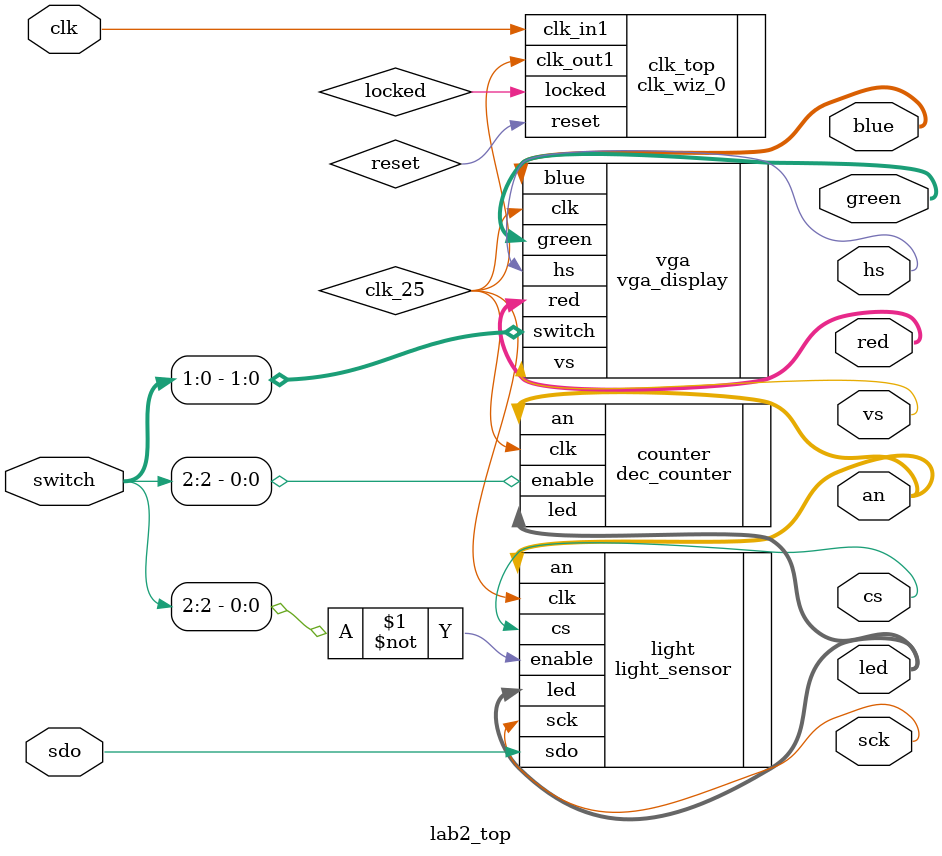
<source format=v>
`timescale 1ns / 1ps


module lab2_top(
    input [2:0] switch,
    input clk,
    output [6:0] led,
    output [3:0] an,
    output cs,
    input sdo,
    output sck,
    output hs,
    output vs,
    output [3:0] red,
    output [3:0] green,
    output [3:0] blue
    );
    
wire clk_25;
//Not connecting these to anything cause I'm lazy. And it works.
wire reset;
wire locked;

// Divide clock from 100Mhz to 25MHz. We are using this for all lower level modules.
clk_wiz_0 clk_top
    (
    // Clock in ports
    .clk_in1(clk),      // input clk_in1
    // Clock out ports
    .clk_out1(clk_25),     // output clk_out1
    // Status and control signals
    .reset(reset), // input reset
    .locked(locked));      // output locked

//Initialize three modules. 
//VGA should be always enabled. 
//Dec_counter module is on when switch[2] is 1 and vice versa for light_sensor.
vga_display vga (.switch(switch[1:0]), .clk(clk_25), .hs(hs), .vs(vs), .red(red), .green(green), .blue(blue));
dec_counter counter (.enable(switch[2]), .clk(clk_25), .led(led), .an(an));
light_sensor light (.enable(~switch[2]), .sdo(sdo), .clk(clk_25), .led(led), .an(an), .cs(cs), .sck(sck));

endmodule

</source>
